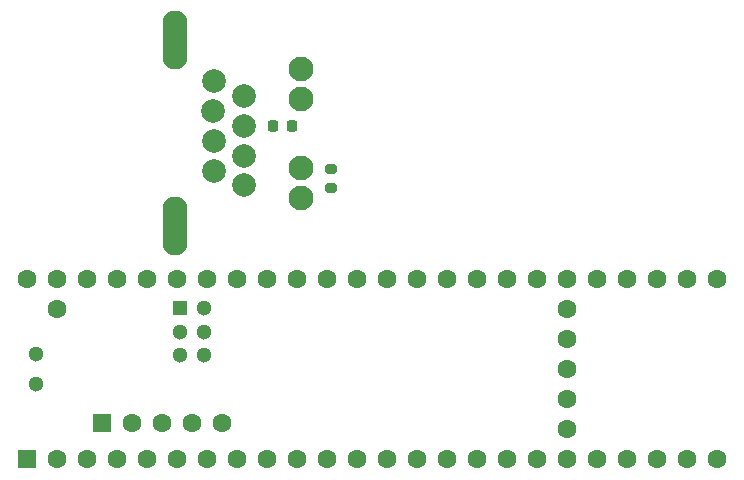
<source format=gbs>
G04 #@! TF.GenerationSoftware,KiCad,Pcbnew,6.0.9*
G04 #@! TF.CreationDate,2023-03-07T12:57:11+01:00*
G04 #@! TF.ProjectId,injection-controller,696e6a65-6374-4696-9f6e-2d636f6e7472,rev?*
G04 #@! TF.SameCoordinates,Original*
G04 #@! TF.FileFunction,Soldermask,Bot*
G04 #@! TF.FilePolarity,Negative*
%FSLAX46Y46*%
G04 Gerber Fmt 4.6, Leading zero omitted, Abs format (unit mm)*
G04 Created by KiCad (PCBNEW 6.0.9) date 2023-03-07 12:57:11*
%MOMM*%
%LPD*%
G01*
G04 APERTURE LIST*
G04 Aperture macros list*
%AMRoundRect*
0 Rectangle with rounded corners*
0 $1 Rounding radius*
0 $2 $3 $4 $5 $6 $7 $8 $9 X,Y pos of 4 corners*
0 Add a 4 corners polygon primitive as box body*
4,1,4,$2,$3,$4,$5,$6,$7,$8,$9,$2,$3,0*
0 Add four circle primitives for the rounded corners*
1,1,$1+$1,$2,$3*
1,1,$1+$1,$4,$5*
1,1,$1+$1,$6,$7*
1,1,$1+$1,$8,$9*
0 Add four rect primitives between the rounded corners*
20,1,$1+$1,$2,$3,$4,$5,0*
20,1,$1+$1,$4,$5,$6,$7,0*
20,1,$1+$1,$6,$7,$8,$9,0*
20,1,$1+$1,$8,$9,$2,$3,0*%
G04 Aperture macros list end*
%ADD10C,2.000000*%
%ADD11C,2.100000*%
%ADD12O,2.100000X5.000000*%
%ADD13R,1.600000X1.600000*%
%ADD14C,1.600000*%
%ADD15R,1.300000X1.300000*%
%ADD16C,1.300000*%
%ADD17RoundRect,0.225000X-0.225000X-0.250000X0.225000X-0.250000X0.225000X0.250000X-0.225000X0.250000X0*%
%ADD18RoundRect,0.200000X-0.275000X0.200000X-0.275000X-0.200000X0.275000X-0.200000X0.275000X0.200000X0*%
G04 APERTURE END LIST*
D10*
G04 #@! TO.C,J1*
X138630000Y-95580000D03*
X136090000Y-94350000D03*
X138630000Y-93080000D03*
X136090000Y-91810000D03*
X138630000Y-90540000D03*
X135990000Y-89270000D03*
X138630000Y-88000000D03*
X136090000Y-86730000D03*
D11*
X143460000Y-94100000D03*
X143460000Y-96640000D03*
X143460000Y-85720000D03*
X143460000Y-88260000D03*
D12*
X132790000Y-99050000D03*
X132790000Y-83310000D03*
G04 #@! TD*
D13*
G04 #@! TO.C,U1*
X120240000Y-118760000D03*
D14*
X122780000Y-118760000D03*
X125320000Y-118760000D03*
X127860000Y-118760000D03*
X130400000Y-118760000D03*
X132940000Y-118760000D03*
X135480000Y-118760000D03*
X138020000Y-118760000D03*
X140560000Y-118760000D03*
X143100000Y-118760000D03*
X145640000Y-118760000D03*
X148180000Y-118760000D03*
X150720000Y-118760000D03*
X153260000Y-118760000D03*
X155800000Y-118760000D03*
X158340000Y-118760000D03*
X160880000Y-118760000D03*
X163420000Y-118760000D03*
X165960000Y-118760000D03*
X168500000Y-118760000D03*
X171040000Y-118760000D03*
X173580000Y-118760000D03*
X176120000Y-118760000D03*
X178660000Y-118760000D03*
X178660000Y-103520000D03*
X176120000Y-103520000D03*
X173580000Y-103520000D03*
X171040000Y-103520000D03*
X168500000Y-103520000D03*
X165960000Y-103520000D03*
X163420000Y-103520000D03*
X160880000Y-103520000D03*
X158340000Y-103520000D03*
X155800000Y-103520000D03*
X153260000Y-103520000D03*
X150720000Y-103520000D03*
X148180000Y-103520000D03*
X145640000Y-103520000D03*
X143100000Y-103520000D03*
X140560000Y-103520000D03*
X138020000Y-103520000D03*
X135480000Y-103520000D03*
X132940000Y-103520000D03*
X130400000Y-103520000D03*
X127860000Y-103520000D03*
X125320000Y-103520000D03*
X122780000Y-103520000D03*
X120240000Y-103520000D03*
X122780000Y-106060000D03*
X165960000Y-116220000D03*
X165960000Y-113680000D03*
X165960000Y-111140000D03*
X165960000Y-108600000D03*
X165960000Y-106060000D03*
D13*
X126539200Y-115709200D03*
D14*
X129079200Y-115709200D03*
X131619200Y-115709200D03*
X134159200Y-115709200D03*
X136699200Y-115709200D03*
D15*
X133210000Y-105958400D03*
D16*
X133210000Y-107958400D03*
X133210000Y-109958400D03*
X135210000Y-109958400D03*
X135210000Y-107958400D03*
X135210000Y-105958400D03*
X120970000Y-109870000D03*
X120970000Y-112410000D03*
G04 #@! TD*
D17*
G04 #@! TO.C,C5*
X141085000Y-90550000D03*
X142635000Y-90550000D03*
G04 #@! TD*
D18*
G04 #@! TO.C,R2*
X145930000Y-94175000D03*
X145930000Y-95825000D03*
G04 #@! TD*
M02*

</source>
